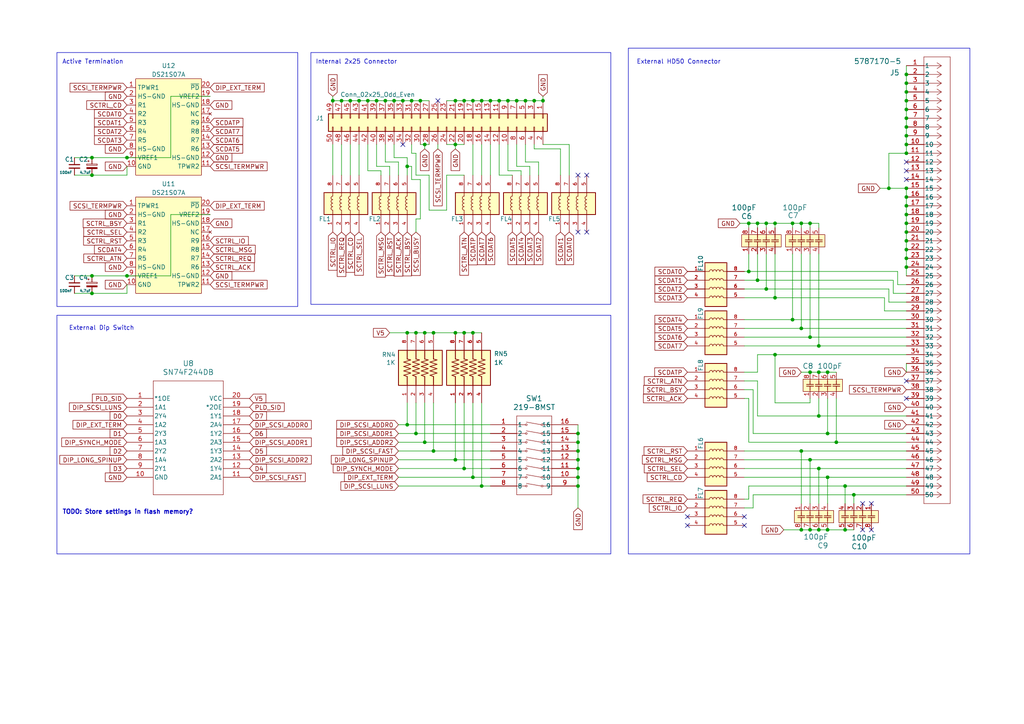
<source format=kicad_sch>
(kicad_sch (version 20250114) (generator "eeschema") (generator_version "9.0")
  (paper "A4")
  (title_block (title "A4092") (rev "PROTO0") (company "amiga.technology"))
  (rectangle (start 90.17 15.24) (end 177.165 88.265))
  (rectangle (start 16.51 91.44) (end 177.165 160.655))
  (rectangle (start 182.245 13.97) (end 281.305 160.655))
  (rectangle (start 16.51 15.24) (end 86.36 88.9))
  (text "TODO: Store settings in flash memory?" (at 37.084 148.59 0) (effects (font (size 1.27 1.27) (thickness 0.254) (bold yes))))
  (text "Active Termination\n" (at 26.924 18.034 0) (effects (font (size 1.27 1.27))))
  (text "Internal 2x25 Connector" (at 103.378 18.034 0) (effects (font (size 1.27 1.27))))
  (text "External HD50 Connector" (at 196.85 18.034 0) (effects (font (size 1.27 1.27))))
  (text "External Dip Switch\n" (at 29.464 95.25 0) (effects (font (size 1.27 1.27))))
  (junction (at 237.49 153.67))
  (junction (at 119.38 29.21))
  (junction (at 26.67 50.8))
  (junction (at 219.71 64.77))
  (junction (at 99.06 29.21))
  (junction (at 224.79 86.36))
  (junction (at 167.64 140.97))
  (junction (at 134.62 96.52))
  (junction (at 217.17 64.77))
  (junction (at 257.81 54.61))
  (junction (at 245.11 140.97))
  (junction (at 142.24 29.21))
  (junction (at 134.62 135.89))
  (junction (at 232.41 95.25))
  (junction (at 247.65 143.51))
  (junction (at 167.64 133.35))
  (junction (at 262.89 29.21))
  (junction (at 262.89 24.13))
  (junction (at 26.67 85.09))
  (junction (at 262.89 26.67))
  (junction (at 262.89 77.47))
  (junction (at 101.6 29.21))
  (junction (at 118.11 48.26))
  (junction (at 137.16 96.52))
  (junction (at 262.89 44.45))
  (junction (at 222.25 64.77))
  (junction (at 139.7 140.97))
  (junction (at 109.22 29.21))
  (junction (at 234.95 153.67))
  (junction (at 36.83 45.72))
  (junction (at 237.49 100.33))
  (junction (at 240.03 138.43))
  (junction (at 262.89 74.93))
  (junction (at 262.89 59.69))
  (junction (at 147.32 29.21))
  (junction (at 123.19 128.27))
  (junction (at 111.76 29.21))
  (junction (at 157.48 29.21))
  (junction (at 123.19 41.91))
  (junction (at 262.89 21.59))
  (junction (at 149.86 29.21))
  (junction (at 262.89 64.77))
  (junction (at 224.79 64.77))
  (junction (at 262.89 69.85))
  (junction (at 217.17 78.74))
  (junction (at 232.41 153.67))
  (junction (at 229.87 64.77))
  (junction (at 234.95 97.79))
  (junction (at 262.89 72.39))
  (junction (at 132.08 133.35))
  (junction (at 240.03 125.73))
  (junction (at 118.11 123.19))
  (junction (at 232.41 64.77))
  (junction (at 167.64 138.43))
  (junction (at 242.57 128.27))
  (junction (at 262.89 67.31))
  (junction (at 26.67 80.01))
  (junction (at 125.73 130.81))
  (junction (at 222.25 83.82))
  (junction (at 132.08 29.21))
  (junction (at 237.49 120.65))
  (junction (at 132.08 96.52))
  (junction (at 26.67 45.72))
  (junction (at 152.4 29.21))
  (junction (at 120.65 96.52))
  (junction (at 240.03 153.67))
  (junction (at 144.78 29.21))
  (junction (at 262.89 31.75))
  (junction (at 167.64 130.81))
  (junction (at 137.16 29.21))
  (junction (at 167.64 135.89))
  (junction (at 154.94 29.21))
  (junction (at 114.3 29.21))
  (junction (at 36.83 80.01))
  (junction (at 262.89 39.37))
  (junction (at 104.14 29.21))
  (junction (at 167.64 128.27))
  (junction (at 132.08 41.91))
  (junction (at 234.95 107.95))
  (junction (at 237.49 107.95))
  (junction (at 232.41 130.81))
  (junction (at 262.89 54.61))
  (junction (at 120.65 125.73))
  (junction (at 121.92 29.21))
  (junction (at 116.84 29.21))
  (junction (at 234.95 133.35))
  (junction (at 262.89 34.29))
  (junction (at 262.89 36.83))
  (junction (at 123.19 96.52))
  (junction (at 224.79 102.87))
  (junction (at 262.89 57.15))
  (junction (at 106.68 29.21))
  (junction (at 118.11 96.52))
  (junction (at 240.03 107.95))
  (junction (at 96.52 29.21))
  (junction (at 167.64 125.73))
  (junction (at 134.62 29.21))
  (junction (at 262.89 41.91))
  (junction (at 219.71 81.28))
  (junction (at 139.7 29.21))
  (junction (at 237.49 135.89))
  (junction (at 137.16 138.43))
  (junction (at 245.11 153.67))
  (junction (at 234.95 64.77))
  (junction (at 125.73 96.52))
  (junction (at 262.89 62.23))
  (junction (at 229.87 92.71))
  (no_connect (at 170.18 67.31))
  (no_connect (at 167.64 50.8))
  (no_connect (at 116.84 41.91))
  (no_connect (at 250.19 146.05))
  (no_connect (at 262.89 52.07))
  (no_connect (at 262.89 49.53))
  (no_connect (at 262.89 110.49))
  (no_connect (at 167.64 67.31))
  (no_connect (at 262.89 115.57))
  (no_connect (at 199.39 149.86))
  (no_connect (at 127 29.21))
  (no_connect (at 215.9 149.86))
  (no_connect (at 252.73 153.67))
  (no_connect (at 252.73 146.05))
  (no_connect (at 199.39 152.4))
  (no_connect (at 262.89 46.99))
  (no_connect (at 170.18 50.8))
  (no_connect (at 250.19 153.67))
  (no_connect (at 215.9 152.4))
  (wire (pts (xy 132.08 41.91) (xy 132.08 43.18)))
  (wire (pts (xy 149.86 48.26) (xy 149.86 41.91)))
  (wire (pts (xy 104.14 41.91) (xy 104.14 50.8)))
  (wire (pts (xy 219.71 110.49) (xy 215.9 110.49)))
  (wire (pts (xy 118.11 48.26) (xy 118.11 50.8)))
  (wire (pts (xy 215.9 97.79) (xy 234.95 97.79)))
  (wire (pts (xy 234.95 64.77) (xy 237.49 64.77)))
  (wire (pts (xy 237.49 135.89) (xy 262.89 135.89)))
  (wire (pts (xy 124.46 50.8) (xy 124.46 60.96)))
  (wire (pts (xy 139.7 29.21) (xy 142.24 29.21)))
  (wire (pts (xy 156.21 46.99) (xy 156.21 50.8)))
  (wire (pts (xy 262.89 31.75) (xy 262.89 34.29)))
  (wire (pts (xy 227.33 153.67) (xy 232.41 153.67)))
  (wire (pts (xy 234.95 133.35) (xy 262.89 133.35)))
  (wire (pts (xy 118.11 96.52) (xy 120.65 96.52)))
  (wire (pts (xy 115.57 138.43) (xy 137.16 138.43)))
  (wire (pts (xy 118.11 45.72) (xy 118.11 48.26)))
  (wire (pts (xy 217.17 73.66) (xy 217.17 78.74)))
  (wire (pts (xy 240.03 107.95) (xy 242.57 107.95)))
  (wire (pts (xy 262.89 59.69) (xy 262.89 62.23)))
  (wire (pts (xy 215.9 147.32) (xy 218.44 147.32)))
  (wire (pts (xy 36.83 85.09) (xy 26.67 85.09)))
  (wire (pts (xy 242.57 115.57) (xy 242.57 128.27)))
  (wire (pts (xy 259.08 85.09) (xy 262.89 85.09)))
  (wire (pts (xy 215.9 138.43) (xy 240.03 138.43)))
  (wire (pts (xy 36.83 80.01) (xy 49.53 80.01)))
  (wire (pts (xy 132.08 29.21) (xy 134.62 29.21)))
  (wire (pts (xy 167.64 123.19) (xy 167.64 125.73)))
  (wire (pts (xy 262.89 29.21) (xy 262.89 31.75)))
  (wire (pts (xy 134.62 29.21) (xy 137.16 29.21)))
  (wire (pts (xy 137.16 116.84) (xy 137.16 138.43)))
  (wire (pts (xy 219.71 81.28) (xy 215.9 81.28)))
  (wire (pts (xy 240.03 125.73) (xy 262.89 125.73)))
  (wire (pts (xy 229.87 92.71) (xy 262.89 92.71)))
  (wire (pts (xy 152.4 46.99) (xy 152.4 41.91)))
  (wire (pts (xy 132.08 41.91) (xy 134.62 41.91)))
  (wire (pts (xy 149.86 29.21) (xy 152.4 29.21)))
  (wire (pts (xy 167.64 128.27) (xy 167.64 130.81)))
  (wire (pts (xy 262.89 72.39) (xy 262.89 74.93)))
  (wire (pts (xy 232.41 73.66) (xy 232.41 95.25)))
  (wire (pts (xy 219.71 102.87) (xy 224.79 102.87)))
  (wire (pts (xy 219.71 120.65) (xy 219.71 110.49)))
  (wire (pts (xy 234.95 64.77) (xy 234.95 66.04)))
  (wire (pts (xy 157.48 27.94) (xy 157.48 29.21)))
  (wire (pts (xy 262.89 64.77) (xy 262.89 67.31)))
  (wire (pts (xy 232.41 130.81) (xy 262.89 130.81)))
  (wire (pts (xy 237.49 120.65) (xy 262.89 120.65)))
  (wire (pts (xy 104.14 29.21) (xy 106.68 29.21)))
  (wire (pts (xy 113.03 48.26) (xy 109.22 48.26)))
  (wire (pts (xy 237.49 153.67) (xy 240.03 153.67)))
  (wire (pts (xy 123.19 96.52) (xy 125.73 96.52)))
  (wire (pts (xy 111.76 29.21) (xy 114.3 29.21)))
  (wire (pts (xy 156.21 46.99) (xy 152.4 46.99)))
  (wire (pts (xy 215.9 78.74) (xy 217.17 78.74)))
  (wire (pts (xy 262.89 24.13) (xy 262.89 26.67)))
  (wire (pts (xy 247.65 143.51) (xy 262.89 143.51)))
  (wire (pts (xy 129.54 60.96) (xy 129.54 50.8)))
  (wire (pts (xy 229.87 73.66) (xy 229.87 92.71)))
  (wire (pts (xy 147.32 49.53) (xy 147.32 41.91)))
  (wire (pts (xy 120.65 50.8) (xy 124.46 50.8)))
  (wire (pts (xy 242.57 128.27) (xy 262.89 128.27)))
  (wire (pts (xy 120.65 96.52) (xy 123.19 96.52)))
  (wire (pts (xy 115.57 130.81) (xy 125.73 130.81)))
  (wire (pts (xy 96.52 29.21) (xy 99.06 29.21)))
  (wire (pts (xy 262.89 105.41) (xy 262.89 107.95)))
  (wire (pts (xy 36.83 50.8) (xy 26.67 50.8)))
  (wire (pts (xy 234.95 153.67) (xy 237.49 153.67)))
  (wire (pts (xy 219.71 107.95) (xy 215.9 107.95)))
  (wire (pts (xy 232.41 153.67) (xy 234.95 153.67)))
  (wire (pts (xy 234.95 73.66) (xy 234.95 97.79)))
  (wire (pts (xy 134.62 50.8) (xy 129.54 50.8)))
  (wire (pts (xy 125.73 116.84) (xy 125.73 130.81)))
  (wire (pts (xy 217.17 128.27) (xy 217.17 115.57)))
  (wire (pts (xy 134.62 135.89) (xy 142.24 135.89)))
  (wire (pts (xy 154.94 29.21) (xy 157.48 29.21)))
  (wire (pts (xy 101.6 41.91) (xy 101.6 50.8)))
  (wire (pts (xy 219.71 102.87) (xy 219.71 107.95)))
  (wire (pts (xy 21.59 45.72) (xy 26.67 45.72)))
  (wire (pts (xy 224.79 102.87) (xy 262.89 102.87)))
  (wire (pts (xy 115.57 123.19) (xy 118.11 123.19)))
  (wire (pts (xy 115.57 135.89) (xy 134.62 135.89)))
  (wire (pts (xy 113.03 48.26) (xy 113.03 50.8)))
  (wire (pts (xy 219.71 120.65) (xy 237.49 120.65)))
  (wire (pts (xy 262.89 21.59) (xy 262.89 24.13)))
  (wire (pts (xy 262.89 74.93) (xy 262.89 77.47)))
  (wire (pts (xy 262.89 90.17) (xy 256.54 90.17)))
  (wire (pts (xy 167.64 130.81) (xy 167.64 133.35)))
  (wire (pts (xy 257.81 44.45) (xy 257.81 54.61)))
  (wire (pts (xy 234.95 107.95) (xy 237.49 107.95)))
  (wire (pts (xy 224.79 64.77) (xy 224.79 66.04)))
  (wire (pts (xy 262.89 19.05) (xy 262.89 21.59)))
  (wire (pts (xy 115.57 128.27) (xy 123.19 128.27)))
  (wire (pts (xy 229.87 64.77) (xy 229.87 66.04)))
  (wire (pts (xy 148.59 50.8) (xy 144.78 50.8)))
  (wire (pts (xy 118.11 45.72) (xy 114.3 45.72)))
  (wire (pts (xy 119.38 44.45) (xy 120.65 44.45)))
  (wire (pts (xy 116.84 29.21) (xy 119.38 29.21)))
  (wire (pts (xy 49.53 80.01) (xy 49.53 62.23)))
  (wire (pts (xy 36.83 45.72) (xy 49.53 45.72)))
  (wire (pts (xy 132.08 96.52) (xy 134.62 96.52)))
  (wire (pts (xy 154.94 43.18) (xy 162.56 43.18)))
  (wire (pts (xy 115.57 125.73) (xy 120.65 125.73)))
  (wire (pts (xy 218.44 125.73) (xy 218.44 113.03)))
  (wire (pts (xy 165.1 41.91) (xy 165.1 50.8)))
  (wire (pts (xy 167.64 135.89) (xy 167.64 138.43)))
  (wire (pts (xy 49.53 45.72) (xy 49.53 27.94)))
  (wire (pts (xy 215.9 130.81) (xy 232.41 130.81)))
  (wire (pts (xy 245.11 140.97) (xy 262.89 140.97)))
  (wire (pts (xy 121.92 29.21) (xy 124.46 29.21)))
  (wire (pts (xy 215.9 95.25) (xy 232.41 95.25)))
  (wire (pts (xy 119.38 29.21) (xy 121.92 29.21)))
  (wire (pts (xy 123.19 41.91) (xy 123.19 43.18)))
  (wire (pts (xy 234.95 116.84) (xy 224.79 116.84)))
  (wire (pts (xy 218.44 113.03) (xy 215.9 113.03)))
  (wire (pts (xy 240.03 138.43) (xy 240.03 146.05)))
  (wire (pts (xy 256.54 86.36) (xy 224.79 86.36)))
  (wire (pts (xy 139.7 41.91) (xy 139.7 50.8)))
  (wire (pts (xy 222.25 64.77) (xy 224.79 64.77)))
  (wire (pts (xy 262.89 69.85) (xy 262.89 72.39)))
  (wire (pts (xy 215.9 83.82) (xy 222.25 83.82)))
  (wire (pts (xy 109.22 29.21) (xy 111.76 29.21)))
  (wire (pts (xy 118.11 123.19) (xy 142.24 123.19)))
  (wire (pts (xy 125.73 130.81) (xy 142.24 130.81)))
  (wire (pts (xy 234.95 116.84) (xy 234.95 115.57)))
  (wire (pts (xy 215.9 92.71) (xy 229.87 92.71)))
  (wire (pts (xy 118.11 48.26) (xy 119.38 48.26)))
  (wire (pts (xy 215.9 144.78) (xy 217.17 144.78)))
  (wire (pts (xy 121.92 63.5) (xy 121.92 52.07)))
  (wire (pts (xy 99.06 41.91) (xy 99.06 50.8)))
  (wire (pts (xy 120.65 67.31) (xy 120.65 63.5)))
  (wire (pts (xy 257.81 54.61) (xy 262.89 54.61)))
  (wire (pts (xy 245.11 153.67) (xy 247.65 153.67)))
  (wire (pts (xy 142.24 41.91) (xy 142.24 50.8)))
  (wire (pts (xy 125.73 96.52) (xy 132.08 96.52)))
  (wire (pts (xy 262.89 77.47) (xy 262.89 80.01)))
  (wire (pts (xy 260.35 78.74) (xy 260.35 82.55)))
  (wire (pts (xy 96.52 41.91) (xy 96.52 50.8)))
  (wire (pts (xy 217.17 64.77) (xy 219.71 64.77)))
  (wire (pts (xy 119.38 48.26) (xy 119.38 52.07)))
  (wire (pts (xy 262.89 34.29) (xy 262.89 36.83)))
  (wire (pts (xy 217.17 144.78) (xy 217.17 140.97)))
  (wire (pts (xy 162.56 43.18) (xy 162.56 50.8)))
  (wire (pts (xy 167.64 138.43) (xy 167.64 140.97)))
  (wire (pts (xy 21.59 85.09) (xy 26.67 85.09)))
  (wire (pts (xy 217.17 115.57) (xy 215.9 115.57)))
  (wire (pts (xy 262.89 39.37) (xy 262.89 41.91)))
  (wire (pts (xy 134.62 116.84) (xy 134.62 135.89)))
  (wire (pts (xy 234.95 133.35) (xy 234.95 146.05)))
  (wire (pts (xy 137.16 29.21) (xy 139.7 29.21)))
  (wire (pts (xy 167.64 140.97) (xy 167.64 147.32)))
  (wire (pts (xy 232.41 107.95) (xy 234.95 107.95)))
  (wire (pts (xy 259.08 81.28) (xy 259.08 85.09)))
  (wire (pts (xy 262.89 26.67) (xy 262.89 29.21)))
  (wire (pts (xy 127 43.18) (xy 127 41.91)))
  (wire (pts (xy 237.49 135.89) (xy 237.49 146.05)))
  (wire (pts (xy 139.7 116.84) (xy 139.7 140.97)))
  (wire (pts (xy 215.9 100.33) (xy 237.49 100.33)))
  (wire (pts (xy 119.38 52.07) (xy 121.92 52.07)))
  (wire (pts (xy 101.6 29.21) (xy 104.14 29.21)))
  (wire (pts (xy 134.62 96.52) (xy 137.16 96.52)))
  (wire (pts (xy 217.17 64.77) (xy 217.17 66.04)))
  (wire (pts (xy 147.32 29.21) (xy 149.86 29.21)))
  (wire (pts (xy 256.54 90.17) (xy 256.54 86.36)))
  (wire (pts (xy 262.89 36.83) (xy 262.89 39.37)))
  (wire (pts (xy 123.19 128.27) (xy 142.24 128.27)))
  (wire (pts (xy 232.41 64.77) (xy 232.41 66.04)))
  (wire (pts (xy 115.57 46.99) (xy 111.76 46.99)))
  (wire (pts (xy 222.25 83.82) (xy 257.81 83.82)))
  (wire (pts (xy 215.9 135.89) (xy 237.49 135.89)))
  (wire (pts (xy 49.53 62.23) (xy 60.96 62.23)))
  (wire (pts (xy 119.38 41.91) (xy 119.38 44.45)))
  (wire (pts (xy 115.57 140.97) (xy 139.7 140.97)))
  (wire (pts (xy 36.83 82.55) (xy 36.83 85.09)))
  (wire (pts (xy 262.89 57.15) (xy 262.89 59.69)))
  (wire (pts (xy 262.89 41.91) (xy 262.89 44.45)))
  (wire (pts (xy 110.49 49.53) (xy 110.49 50.8)))
  (wire (pts (xy 157.48 41.91) (xy 165.1 41.91)))
  (wire (pts (xy 144.78 50.8) (xy 144.78 41.91)))
  (wire (pts (xy 224.79 86.36) (xy 215.9 86.36)))
  (wire (pts (xy 259.08 81.28) (xy 219.71 81.28)))
  (wire (pts (xy 232.41 95.25) (xy 262.89 95.25)))
  (wire (pts (xy 218.44 147.32) (xy 218.44 143.51)))
  (wire (pts (xy 49.53 27.94) (xy 60.96 27.94)))
  (wire (pts (xy 262.89 44.45) (xy 257.81 44.45)))
  (wire (pts (xy 240.03 107.95) (xy 237.49 107.95)))
  (wire (pts (xy 26.67 45.72) (xy 36.83 45.72)))
  (wire (pts (xy 237.49 100.33) (xy 262.89 100.33)))
  (wire (pts (xy 232.41 130.81) (xy 232.41 146.05)))
  (wire (pts (xy 113.03 96.52) (xy 118.11 96.52)))
  (wire (pts (xy 153.67 48.26) (xy 149.86 48.26)))
  (wire (pts (xy 153.67 48.26) (xy 153.67 50.8)))
  (wire (pts (xy 96.52 27.94) (xy 96.52 29.21)))
  (wire (pts (xy 142.24 29.21) (xy 144.78 29.21)))
  (wire (pts (xy 224.79 73.66) (xy 224.79 86.36)))
  (wire (pts (xy 237.49 73.66) (xy 237.49 100.33)))
  (wire (pts (xy 240.03 138.43) (xy 262.89 138.43)))
  (wire (pts (xy 260.35 82.55) (xy 262.89 82.55)))
  (wire (pts (xy 224.79 102.87) (xy 224.79 116.84)))
  (wire (pts (xy 36.83 48.26) (xy 36.83 50.8)))
  (wire (pts (xy 222.25 73.66) (xy 222.25 83.82)))
  (wire (pts (xy 120.65 116.84) (xy 120.65 125.73)))
  (wire (pts (xy 240.03 115.57) (xy 240.03 125.73)))
  (wire (pts (xy 222.25 64.77) (xy 222.25 66.04)))
  (wire (pts (xy 257.81 83.82) (xy 257.81 87.63)))
  (wire (pts (xy 109.22 48.26) (xy 109.22 41.91)))
  (wire (pts (xy 114.3 45.72) (xy 114.3 41.91)))
  (wire (pts (xy 114.3 29.21) (xy 116.84 29.21)))
  (wire (pts (xy 120.65 63.5) (xy 121.92 63.5)))
  (wire (pts (xy 120.65 44.45) (xy 120.65 50.8)))
  (wire (pts (xy 118.11 116.84) (xy 118.11 123.19)))
  (wire (pts (xy 234.95 97.79) (xy 262.89 97.79)))
  (wire (pts (xy 123.19 116.84) (xy 123.19 128.27)))
  (wire (pts (xy 106.68 49.53) (xy 106.68 41.91)))
  (wire (pts (xy 137.16 138.43) (xy 142.24 138.43)))
  (wire (pts (xy 129.54 29.21) (xy 132.08 29.21)))
  (wire (pts (xy 237.49 64.77) (xy 237.49 66.04)))
  (wire (pts (xy 154.94 41.91) (xy 154.94 43.18)))
  (wire (pts (xy 232.41 64.77) (xy 234.95 64.77)))
  (wire (pts (xy 110.49 49.53) (xy 106.68 49.53)))
  (wire (pts (xy 257.81 87.63) (xy 262.89 87.63)))
  (wire (pts (xy 219.71 73.66) (xy 219.71 81.28)))
  (wire (pts (xy 124.46 60.96) (xy 129.54 60.96)))
  (wire (pts (xy 262.89 62.23) (xy 262.89 64.77)))
  (wire (pts (xy 111.76 46.99) (xy 111.76 41.91)))
  (wire (pts (xy 215.9 133.35) (xy 234.95 133.35)))
  (wire (pts (xy 214.63 64.77) (xy 217.17 64.77)))
  (wire (pts (xy 99.06 29.21) (xy 101.6 29.21)))
  (wire (pts (xy 255.27 54.61) (xy 257.81 54.61)))
  (wire (pts (xy 120.65 125.73) (xy 142.24 125.73)))
  (wire (pts (xy 144.78 29.21) (xy 147.32 29.21)))
  (wire (pts (xy 217.17 128.27) (xy 242.57 128.27)))
  (wire (pts (xy 137.16 96.52) (xy 139.7 96.52)))
  (wire (pts (xy 132.08 116.84) (xy 132.08 133.35)))
  (wire (pts (xy 123.19 41.91) (xy 124.46 41.91)))
  (wire (pts (xy 237.49 115.57) (xy 237.49 120.65)))
  (wire (pts (xy 26.67 80.01) (xy 36.83 80.01)))
  (wire (pts (xy 106.68 29.21) (xy 109.22 29.21)))
  (wire (pts (xy 240.03 153.67) (xy 245.11 153.67)))
  (wire (pts (xy 132.08 133.35) (xy 142.24 133.35)))
  (wire (pts (xy 262.89 54.61) (xy 262.89 57.15)))
  (wire (pts (xy 167.64 133.35) (xy 167.64 135.89)))
  (wire (pts (xy 21.59 50.8) (xy 26.67 50.8)))
  (wire (pts (xy 217.17 78.74) (xy 260.35 78.74)))
  (wire (pts (xy 229.87 64.77) (xy 232.41 64.77)))
  (wire (pts (xy 152.4 29.21) (xy 154.94 29.21)))
  (wire (pts (xy 167.64 125.73) (xy 167.64 128.27)))
  (wire (pts (xy 217.17 140.97) (xy 245.11 140.97)))
  (wire (pts (xy 262.89 67.31) (xy 262.89 69.85)))
  (wire (pts (xy 218.44 125.73) (xy 240.03 125.73)))
  (wire (pts (xy 115.57 133.35) (xy 132.08 133.35)))
  (wire (pts (xy 247.65 143.51) (xy 247.65 146.05)))
  (wire (pts (xy 151.13 49.53) (xy 147.32 49.53)))
  (wire (pts (xy 137.16 41.91) (xy 137.16 50.8)))
  (wire (pts (xy 219.71 64.77) (xy 222.25 64.77)))
  (wire (pts (xy 245.11 140.97) (xy 245.11 146.05)))
  (wire (pts (xy 115.57 46.99) (xy 115.57 50.8)))
  (wire (pts (xy 21.59 80.01) (xy 26.67 80.01)))
  (wire (pts (xy 121.92 41.91) (xy 123.19 41.91)))
  (wire (pts (xy 151.13 49.53) (xy 151.13 50.8)))
  (wire (pts (xy 139.7 140.97) (xy 142.24 140.97)))
  (wire (pts (xy 224.79 64.77) (xy 229.87 64.77)))
  (wire (pts (xy 129.54 41.91) (xy 132.08 41.91)))
  (wire (pts (xy 219.71 64.77) (xy 219.71 66.04)))
  (wire (pts (xy 218.44 143.51) (xy 247.65 143.51)))
  (global_label "SCSI_BUSY" (shape input) (at 120.65 67.31 270) (property "Intersheetrefs" "${INTERSHEET_REFS}" (effects (hide yes))))
  (global_label "DIP_SCSI_ADDR0" (shape input) (at 115.57 123.19 180) (property "Intersheetrefs" "${INTERSHEET_REFS}" (effects (hide yes))))
  (global_label "SCSI_TERMPWR" (shape input) (at 60.96 82.55 0) (property "Intersheetrefs" "${INTERSHEET_REFS}" (effects (hide yes))))
  (global_label "PLD_SID" (shape input) (at 72.39 118.11 0) (property "Intersheetrefs" "${INTERSHEET_REFS}" (effects (hide yes))))
  (global_label "SCDAT4" (shape input) (at 151.13 67.31 270) (property "Intersheetrefs" "${INTERSHEET_REFS}" (effects (hide yes))))
  (global_label "DIP_SCSI_FAST" (shape input) (at 72.39 138.43 0) (property "Intersheetrefs" "${INTERSHEET_REFS}" (effects (hide yes))))
  (global_label "GND" (shape input) (at 36.83 62.23 180) (property "Intersheetrefs" "${INTERSHEET_REFS}" (effects (hide yes))))
  (global_label "D5" (shape input) (at 72.39 130.81 0) (property "Intersheetrefs" "${INTERSHEET_REFS}" (effects (hide yes))))
  (global_label "SCDAT7" (shape input) (at 60.96 38.1 0) (property "Intersheetrefs" "${INTERSHEET_REFS}" (effects (hide yes))))
  (global_label "DIP_SYNCH_MODE" (shape input) (at 36.83 128.27 180) (property "Intersheetrefs" "${INTERSHEET_REFS}" (effects (hide yes))))
  (global_label "SCTRL_CD" (shape input) (at 36.83 30.48 180) (property "Intersheetrefs" "${INTERSHEET_REFS}" (effects (hide yes))))
  (global_label "DIP_SCSI_ADDR2" (shape input) (at 72.39 133.35 0) (property "Intersheetrefs" "${INTERSHEET_REFS}" (effects (hide yes))))
  (global_label "SCDAT2" (shape input) (at 156.21 67.31 270) (property "Intersheetrefs" "${INTERSHEET_REFS}" (effects (hide yes))))
  (global_label "DIP_LONG_SPINUP" (shape input) (at 115.57 133.35 180) (property "Intersheetrefs" "${INTERSHEET_REFS}" (effects (hide yes))))
  (global_label "GND" (shape input) (at 36.83 138.43 180) (property "Intersheetrefs" "${INTERSHEET_REFS}" (effects (hide yes))))
  (global_label "GND" (shape input) (at 255.27 54.61 180) (property "Intersheetrefs" "${INTERSHEET_REFS}" (effects (hide yes))))
  (global_label "GND" (shape input) (at 262.89 107.95 180) (property "Intersheetrefs" "${INTERSHEET_REFS}" (effects (hide yes))))
  (global_label "GND" (shape input) (at 227.33 153.67 180) (property "Intersheetrefs" "${INTERSHEET_REFS}" (effects (hide yes))))
  (global_label "SCSI_TERMPWR" (shape input) (at 127 43.18 270) (property "Intersheetrefs" "${INTERSHEET_REFS}" (effects (hide yes))))
  (global_label "SCDAT1" (shape input) (at 162.56 67.31 270) (property "Intersheetrefs" "${INTERSHEET_REFS}" (effects (hide yes))))
  (global_label "D2" (shape input) (at 36.83 130.81 180) (property "Intersheetrefs" "${INTERSHEET_REFS}" (effects (hide yes))))
  (global_label "DIP_EXT_TERM" (shape input) (at 60.96 59.69 0) (property "Intersheetrefs" "${INTERSHEET_REFS}" (effects (hide yes))))
  (global_label "SCTRL_BSY" (shape input) (at 118.11 67.31 270) (property "Intersheetrefs" "${INTERSHEET_REFS}" (effects (hide yes))))
  (global_label "SCTRL_RST" (shape input) (at 113.03 67.31 270) (property "Intersheetrefs" "${INTERSHEET_REFS}" (effects (hide yes))))
  (global_label "SCTRL_ATN" (shape input) (at 199.39 110.49 180) (property "Intersheetrefs" "${INTERSHEET_REFS}" (effects (hide yes))))
  (global_label "SCTRL_MSG" (shape input) (at 110.49 67.31 270) (property "Intersheetrefs" "${INTERSHEET_REFS}" (effects (hide yes))))
  (global_label "SCDAT3" (shape input) (at 36.83 40.64 180) (property "Intersheetrefs" "${INTERSHEET_REFS}" (effects (hide yes))))
  (global_label "D3" (shape input) (at 36.83 135.89 180) (property "Intersheetrefs" "${INTERSHEET_REFS}" (effects (hide yes))))
  (global_label "GND" (shape input) (at 36.83 77.47 180) (property "Intersheetrefs" "${INTERSHEET_REFS}" (effects (hide yes))))
  (global_label "SCTRL_SEL" (shape input) (at 199.39 135.89 180) (property "Intersheetrefs" "${INTERSHEET_REFS}" (effects (hide yes))))
  (global_label "SCTRL_REQ" (shape input) (at 199.39 144.78 180) (property "Intersheetrefs" "${INTERSHEET_REFS}" (effects (hide yes))))
  (global_label "SCTRL_RST" (shape input) (at 36.83 69.85 180) (property "Intersheetrefs" "${INTERSHEET_REFS}" (effects (hide yes))))
  (global_label "GND" (shape input) (at 60.96 45.72 0) (property "Intersheetrefs" "${INTERSHEET_REFS}" (effects (hide yes))))
  (global_label "DIP_SCSI_ADDR1" (shape input) (at 115.57 125.73 180) (property "Intersheetrefs" "${INTERSHEET_REFS}" (effects (hide yes))))
  (global_label "DIP_SCSI_LUNS" (shape input) (at 115.57 140.97 180) (property "Intersheetrefs" "${INTERSHEET_REFS}" (effects (hide yes))))
  (global_label "SCTRL_IO" (shape input) (at 199.39 147.32 180) (property "Intersheetrefs" "${INTERSHEET_REFS}" (effects (hide yes))))
  (global_label "DIP_SCSI_FAST" (shape input) (at 115.57 130.81 180) (property "Intersheetrefs" "${INTERSHEET_REFS}" (effects (hide yes))))
  (global_label "GND" (shape input) (at 232.41 107.95 180) (property "Intersheetrefs" "${INTERSHEET_REFS}" (effects (hide yes))))
  (global_label "SCTRL_BSY" (shape input) (at 199.39 113.03 180) (property "Intersheetrefs" "${INTERSHEET_REFS}" (effects (hide yes))))
  (global_label "SCTRL_BSY" (shape input) (at 36.83 64.77 180) (property "Intersheetrefs" "${INTERSHEET_REFS}" (effects (hide yes))))
  (global_label "SCSI_TERMPWR" (shape input) (at 36.83 25.4 180) (property "Intersheetrefs" "${INTERSHEET_REFS}" (effects (hide yes))))
  (global_label "SCDAT6" (shape input) (at 199.39 97.79 180) (property "Intersheetrefs" "${INTERSHEET_REFS}" (effects (hide yes))))
  (global_label "SCDAT4" (shape input) (at 199.39 92.71 180) (property "Intersheetrefs" "${INTERSHEET_REFS}" (effects (hide yes))))
  (global_label "PLD_SID" (shape input) (at 36.83 115.57 180) (property "Intersheetrefs" "${INTERSHEET_REFS}" (effects (hide yes))))
  (global_label "GND" (shape input) (at 167.64 147.32 270) (property "Intersheetrefs" "${INTERSHEET_REFS}" (effects (hide yes))))
  (global_label "SCDAT5" (shape input) (at 60.96 43.18 0) (property "Intersheetrefs" "${INTERSHEET_REFS}" (effects (hide yes))))
  (global_label "D7" (shape input) (at 72.39 120.65 0) (property "Intersheetrefs" "${INTERSHEET_REFS}" (effects (hide yes))))
  (global_label "SCTRL_MSG" (shape input) (at 60.96 72.39 0) (property "Intersheetrefs" "${INTERSHEET_REFS}" (effects (hide yes))))
  (global_label "DIP_SCSI_LUNS" (shape input) (at 36.83 118.11 180) (property "Intersheetrefs" "${INTERSHEET_REFS}" (effects (hide yes))))
  (global_label "SCDAT6" (shape input) (at 142.24 67.31 270) (property "Intersheetrefs" "${INTERSHEET_REFS}" (effects (hide yes))))
  (global_label "SCTRL_ACK" (shape input) (at 60.96 77.47 0) (property "Intersheetrefs" "${INTERSHEET_REFS}" (effects (hide yes))))
  (global_label "SCDAT0" (shape input) (at 199.39 78.74 180) (property "Intersheetrefs" "${INTERSHEET_REFS}" (effects (hide yes))))
  (global_label "D4" (shape input) (at 72.39 135.89 0) (property "Intersheetrefs" "${INTERSHEET_REFS}" (effects (hide yes))))
  (global_label "SCTRL_MSG" (shape input) (at 199.39 133.35 180) (property "Intersheetrefs" "${INTERSHEET_REFS}" (effects (hide yes))))
  (global_label "GND" (shape input) (at 214.63 64.77 180) (property "Intersheetrefs" "${INTERSHEET_REFS}" (effects (hide yes))))
  (global_label "GND" (shape input) (at 36.83 43.18 180) (property "Intersheetrefs" "${INTERSHEET_REFS}" (effects (hide yes))))
  (global_label "SCDAT3" (shape input) (at 153.67 67.31 270) (property "Intersheetrefs" "${INTERSHEET_REFS}" (effects (hide yes))))
  (global_label "GND" (shape input) (at 96.52 27.94 90) (property "Intersheetrefs" "${INTERSHEET_REFS}" (effects (hide yes))))
  (global_label "SCTRL_ATN" (shape input) (at 134.62 67.31 270) (property "Intersheetrefs" "${INTERSHEET_REFS}" (effects (hide yes))))
  (global_label "SCDATP" (shape input) (at 137.16 67.31 270) (property "Intersheetrefs" "${INTERSHEET_REFS}" (effects (hide yes))))
  (global_label "SCDAT7" (shape input) (at 139.7 67.31 270) (property "Intersheetrefs" "${INTERSHEET_REFS}" (effects (hide yes))))
  (global_label "DIP_SCSI_ADDR1" (shape input) (at 72.39 128.27 0) (property "Intersheetrefs" "${INTERSHEET_REFS}" (effects (hide yes))))
  (global_label "SCDAT5" (shape input) (at 199.39 95.25 180) (property "Intersheetrefs" "${INTERSHEET_REFS}" (effects (hide yes))))
  (global_label "GND" (shape input) (at 36.83 82.55 180) (property "Intersheetrefs" "${INTERSHEET_REFS}" (effects (hide yes))))
  (global_label "SCTRL_ACK" (shape input) (at 199.39 115.57 180) (property "Intersheetrefs" "${INTERSHEET_REFS}" (effects (hide yes))))
  (global_label "SCTRL_ATN" (shape input) (at 36.83 74.93 180) (property "Intersheetrefs" "${INTERSHEET_REFS}" (effects (hide yes))))
  (global_label "GND" (shape input) (at 262.89 118.11 180) (property "Intersheetrefs" "${INTERSHEET_REFS}" (effects (hide yes))))
  (global_label "DIP_EXT_TERM" (shape input) (at 115.57 138.43 180) (property "Intersheetrefs" "${INTERSHEET_REFS}" (effects (hide yes))))
  (global_label "SCDAT1" (shape input) (at 199.39 81.28 180) (property "Intersheetrefs" "${INTERSHEET_REFS}" (effects (hide yes))))
  (global_label "SCDAT5" (shape input) (at 148.59 67.31 270) (property "Intersheetrefs" "${INTERSHEET_REFS}" (effects (hide yes))))
  (global_label "GND" (shape input) (at 157.48 27.94 90) (property "Intersheetrefs" "${INTERSHEET_REFS}" (effects (hide yes))))
  (global_label "SCTRL_RST" (shape input) (at 199.39 130.81 180) (property "Intersheetrefs" "${INTERSHEET_REFS}" (effects (hide yes))))
  (global_label "GND" (shape input) (at 132.08 43.18 270) (property "Intersheetrefs" "${INTERSHEET_REFS}" (effects (hide yes))))
  (global_label "DIP_SYNCH_MODE" (shape input) (at 115.57 135.89 180) (property "Intersheetrefs" "${INTERSHEET_REFS}" (effects (hide yes))))
  (global_label "SCDAT3" (shape input) (at 199.39 86.36 180) (property "Intersheetrefs" "${INTERSHEET_REFS}" (effects (hide yes))))
  (global_label "SCTRL_CD" (shape input) (at 101.6 67.31 270) (property "Intersheetrefs" "${INTERSHEET_REFS}" (effects (hide yes))))
  (global_label "GND" (shape input) (at 262.89 123.19 180) (property "Intersheetrefs" "${INTERSHEET_REFS}" (effects (hide yes))))
  (global_label "SCTRL_REQ" (shape input) (at 99.06 67.31 270) (property "Intersheetrefs" "${INTERSHEET_REFS}" (effects (hide yes))))
  (global_label "SCDATP" (shape input) (at 199.39 107.95 180) (property "Intersheetrefs" "${INTERSHEET_REFS}" (effects (hide yes))))
  (global_label "GND" (shape input) (at 36.83 27.94 180) (property "Intersheetrefs" "${INTERSHEET_REFS}" (effects (hide yes))))
  (global_label "D0" (shape input) (at 36.83 120.65 180) (property "Intersheetrefs" "${INTERSHEET_REFS}" (effects (hide yes))))
  (global_label "D1" (shape input) (at 36.83 125.73 180) (property "Intersheetrefs" "${INTERSHEET_REFS}" (effects (hide yes))))
  (global_label "D6" (shape input) (at 72.39 125.73 0) (property "Intersheetrefs" "${INTERSHEET_REFS}" (effects (hide yes))))
  (global_label "SCSI_TERMPWR" (shape input) (at 60.96 48.26 0) (property "Intersheetrefs" "${INTERSHEET_REFS}" (effects (hide yes))))
  (global_label "GND" (shape input) (at 60.96 80.01 0) (property "Intersheetrefs" "${INTERSHEET_REFS}" (effects (hide yes))))
  (global_label "SCDAT7" (shape input) (at 199.39 100.33 180) (property "Intersheetrefs" "${INTERSHEET_REFS}" (effects (hide yes))))
  (global_label "DIP_LONG_SPINUP" (shape input) (at 36.83 133.35 180) (property "Intersheetrefs" "${INTERSHEET_REFS}" (effects (hide yes))))
  (global_label "GND" (shape input) (at 60.96 64.77 0) (property "Intersheetrefs" "${INTERSHEET_REFS}" (effects (hide yes))))
  (global_label "SCSI_TERMPWR" (shape input) (at 36.83 59.69 180) (property "Intersheetrefs" "${INTERSHEET_REFS}" (effects (hide yes))))
  (global_label "SCDAT2" (shape input) (at 36.83 38.1 180) (property "Intersheetrefs" "${INTERSHEET_REFS}" (effects (hide yes))))
  (global_label "GND" (shape input) (at 36.83 48.26 180) (property "Intersheetrefs" "${INTERSHEET_REFS}" (effects (hide yes))))
  (global_label "SCTRL_REQ" (shape input) (at 60.96 74.93 0) (property "Intersheetrefs" "${INTERSHEET_REFS}" (effects (hide yes))))
  (global_label "V5" (shape input) (at 72.39 115.57 0) (property "Intersheetrefs" "${INTERSHEET_REFS}" (effects (hide yes))))
  (global_label "SCTRL_SEL" (shape input) (at 104.14 67.31 270) (property "Intersheetrefs" "${INTERSHEET_REFS}" (effects (hide yes))))
  (global_label "SCTRL_IO" (shape input) (at 96.52 67.31 270) (property "Intersheetrefs" "${INTERSHEET_REFS}" (effects (hide yes))))
  (global_label "SCDATP" (shape input) (at 60.96 35.56 0) (property "Intersheetrefs" "${INTERSHEET_REFS}" (effects (hide yes))))
  (global_label "SCDAT6" (shape input) (at 60.96 40.64 0) (property "Intersheetrefs" "${INTERSHEET_REFS}" (effects (hide yes))))
  (global_label "SCTRL_IO" (shape input) (at 60.96 69.85 0) (property "Intersheetrefs" "${INTERSHEET_REFS}" (effects (hide yes))))
  (global_label "SCDAT1" (shape input) (at 36.83 35.56 180) (property "Intersheetrefs" "${INTERSHEET_REFS}" (effects (hide yes))))
  (global_label "SCTRL_SEL" (shape input) (at 36.83 67.31 180) (property "Intersheetrefs" "${INTERSHEET_REFS}" (effects (hide yes))))
  (global_label "SCDAT0" (shape input) (at 165.1 67.31 270) (property "Intersheetrefs" "${INTERSHEET_REFS}" (effects (hide yes))))
  (global_label "V5" (shape input) (at 113.03 96.52 180) (property "Intersheetrefs" "${INTERSHEET_REFS}" (effects (hide yes))))
  (global_label "GND" (shape input) (at 60.96 30.48 0) (property "Intersheetrefs" "${INTERSHEET_REFS}" (effects (hide yes))))
  (global_label "DIP_EXT_TERM" (shape input) (at 36.83 123.19 180) (property "Intersheetrefs" "${INTERSHEET_REFS}" (effects (hide yes))))
  (global_label "SCTRL_ACK" (shape input) (at 115.57 67.31 270) (property "Intersheetrefs" "${INTERSHEET_REFS}" (effects (hide yes))))
  (global_label "SCTRL_CD" (shape input) (at 199.39 138.43 180) (property "Intersheetrefs" "${INTERSHEET_REFS}" (effects (hide yes))))
  (global_label "SCDAT0" (shape input) (at 36.83 33.02 180) (property "Intersheetrefs" "${INTERSHEET_REFS}" (effects (hide yes))))
  (global_label "SCSI_TERMPWR" (shape input) (at 262.89 113.03 180) (property "Intersheetrefs" "${INTERSHEET_REFS}" (effects (hide yes))))
  (global_label "DIP_SCSI_ADDR0" (shape input) (at 72.39 123.19 0) (property "Intersheetrefs" "${INTERSHEET_REFS}" (effects (hide yes))))
  (global_label "SCDAT4" (shape input) (at 36.83 72.39 180) (property "Intersheetrefs" "${INTERSHEET_REFS}" (effects (hide yes))))
  (global_label "SCDAT2" (shape input) (at 199.39 83.82 180) (property "Intersheetrefs" "${INTERSHEET_REFS}" (effects (hide yes))))
  (global_label "GND" (shape input) (at 123.19 43.18 270) (property "Intersheetrefs" "${INTERSHEET_REFS}" (effects (hide yes))))
  (global_label "DIP_SCSI_ADDR2" (shape input) (at 115.57 128.27 180) (property "Intersheetrefs" "${INTERSHEET_REFS}" (effects (hide yes))))
  (global_label "DIP_EXT_TERM" (shape input) (at 60.96 25.4 0) (property "Intersheetrefs" "${INTERSHEET_REFS}" (effects (hide yes))))
  (symbol (lib_id "YC324-FK-071KL:YC324-FK-071KL") (at 123.19 106.68 90) (unit 1)
    (property "Reference" "RN4" (at 110.744 102.87 90) (effects (justify right)))
    (property "Value" "1K" (at 112.014 105.156 90) (effects (justify right)))
    (property "Footprint" "CAY16_102J4LF:BO_CAY16" (effects (hide yes)))
    (property "MAXIMUM_PACKAGE_HEIGHT" "0.7 mm" (effects (hide yes)))
    (property "PARTREV" "V.9" (effects (hide yes)))
    (property "MANUFACTURER" "Yageo" (effects (hide yes)))
    (property "SNAPEDA_PACKAGE_ID" "22941" (effects (hide yes)))
    (property "STANDARD" "IPC 7351B" (effects (hide yes)))
  )
  (symbol (lib_id "DA1206D600R-10:DA1206D600R-10") (at 107.95 59.69 90) (unit 1)
    (property "Reference" "FL1" (at 96.012 63.5 90) (effects (justify left)))
    (property "Value" "DA1206D600R-10" (effects (hide yes)))
    (property "Footprint" "DA1206D600R-10:FB_DA1206D600R-10" (effects (hide yes)))
    (property "DigiKey_Part_Number" "240-2539-2-ND" (effects (hide yes)))
    (property "SnapEDA_Link" "https://www.snapeda.com/parts/DA1206D600R-10/Laird/view-part/?ref=snap" (effects (hide yes)))
    (property "MAXIMUM_PACKAGE_HEIGHT" "1.0 mm" (effects (hide yes)))
    (property "Package" "1206 Laird" (effects (hide yes)))
    (property "Check_prices" "https://www.snapeda.com/parts/DA1206D600R-10/Laird/view-part/?ref=eda" (effects (hide yes)))
    (property "STANDARD" "Manufacturer Recommendations" (effects (hide yes)))
    (property "PARTREV" "F" (effects (hide yes)))
    (property "MF" "Laird" (effects (hide yes)))
    (property "MP" "DA1206D600R-10" (effects (hide yes)))
    (property "Description_1" "60 Ohms @ 100 MHz 4 Power, Signal Line Ferrite Bead 1206 (3216 Metric), Array, 8 PC Pad 400mA 200mOhm" (effects (hide yes)))
    (property "MANUFACTURER" "Laird" (effects (hide yes)))
  )
  (symbol (lib_id "DA1206D600R-10:DA1206D600R-10") (at 207.01 119.38 0) (unit 1)
    (property "Reference" "FL8" (at 203.2 107.696 90) (effects (justify left)))
    (property "Value" "DA1206D600R-10" (effects (hide yes)))
    (property "Footprint" "DA1206D600R-10:FB_DA1206D600R-10" (effects (hide yes)))
    (property "DigiKey_Part_Number" "240-2539-2-ND" (effects (hide yes)))
    (property "SnapEDA_Link" "https://www.snapeda.com/parts/DA1206D600R-10/Laird/view-part/?ref=snap" (effects (hide yes)))
    (property "MAXIMUM_PACKAGE_HEIGHT" "1.0 mm" (effects (hide yes)))
    (property "Package" "1206 Laird" (effects (hide yes)))
    (property "Check_prices" "https://www.snapeda.com/parts/DA1206D600R-10/Laird/view-part/?ref=eda" (effects (hide yes)))
    (property "STANDARD" "Manufacturer Recommendations" (effects (hide yes)))
    (property "PARTREV" "F" (effects (hide yes)))
    (property "MF" "Laird" (effects (hide yes)))
    (property "MP" "DA1206D600R-10" (effects (hide yes)))
    (property "Description_1" "60 Ohms @ 100 MHz 4 Power, Signal Line Ferrite Bead 1206 (3216 Metric), Array, 8 PC Pad 400mA 200mOhm" (effects (hide yes)))
    (property "MANUFACTURER" "Laird" (effects (hide yes)))
  )
  (symbol (lib_id "ds2107:DS21S07AE") (at 40.64 54.61 0) (unit 1)
    (property "Reference" "U11" (at 48.895 53.34 0))
    (property "Value" "DS21S07A" (at 48.895 55.88 0))
    (property "Footprint" "Package_SO:TSSOP-20_4.4x6.5mm_P0.65mm" (effects (hide yes)))
    (property "Datasheet" "https://www.analog.com/media/en/technical-documentation/data-sheets/DS21S07A.pdf" (effects (hide yes)))
  )
  (symbol (lib_id "5787170_5:5787170-5") (at 262.89 19.05 0) (unit 1)
    (property "Reference" "J5" (at 258.064 21.082 0) (effects (font (size 1.524 1.524)) (justify left)))
    (property "Value" "5787170-5" (at 247.65 17.78 0) (effects (font (size 1.524 1.524)) (justify left)))
    (property "Footprint" "5787170_5:CONN_5787170-5_TYC" (effects (hide yes)))
    (property "Datasheet" "https://www.te.com/commerce/DocumentDelivery/DDEController?Action=srchrtrv&DocNm=1-1773938-5_AMPLIMITE_.050_Series_QRG&DocType=Data+Sheet&DocLang=English&DocFormat=pdf&PartCntxt=5787170-5" (effects (hide yes)))
  )
  (symbol (lib_id "CA0612KRNPO9BN101:CA0612KRNPO9BN101") (at 243.84 111.76 90) (unit 1)
    (property "Reference" "C8" (at 235.966 106.172 90) (effects (font (size 1.524 1.524)) (justify left)))
    (property "Value" "100pF" (at 244.348 106.172 90) (effects (font (size 1.524 1.524)) (justify left)))
    (property "Footprint" "CA0612KRNPO9BN101:CAP_CA0612_3P2X1P6_YAG" (effects (hide yes)))
    (property "Datasheet" "CA0612KRNPO9BN101" (effects (hide yes)))
  )
  (symbol (lib_id "DA1206D600R-10:DA1206D600R-10") (at 207.01 142.24 0) (unit 1)
    (property "Reference" "FL6" (at 203.2 130.302 90) (effects (justify left)))
    (property "Value" "DA1206D600R-10" (effects (hide yes)))
    (property "Footprint" "DA1206D600R-10:FB_DA1206D600R-10" (effects (hide yes)))
    (property "DigiKey_Part_Number" "240-2539-2-ND" (effects (hide yes)))
    (property "SnapEDA_Link" "https://www.snapeda.com/parts/DA1206D600R-10/Laird/view-part/?ref=snap" (effects (hide yes)))
    (property "MAXIMUM_PACKAGE_HEIGHT" "1.0 mm" (effects (hide yes)))
    (property "Package" "1206 Laird" (effects (hide yes)))
    (property "Check_prices" "https://www.snapeda.com/parts/DA1206D600R-10/Laird/view-part/?ref=eda" (effects (hide yes)))
    (property "STANDARD" "Manufacturer Recommendations" (effects (hide yes)))
    (property "PARTREV" "F" (effects (hide yes)))
    (property "MF" "Laird" (effects (hide yes)))
    (property "MP" "DA1206D600R-10" (effects (hide yes)))
    (property "Description_1" "60 Ohms @ 100 MHz 4 Power, Signal Line Ferrite Bead 1206 (3216 Metric), Array, 8 PC Pad 400mA 200mOhm" (effects (hide yes)))
    (property "MANUFACTURER" "Laird" (effects (hide yes)))
  )
  (symbol (lib_id "YC324-FK-071KL:YC324-FK-071KL") (at 137.16 106.68 90) (unit 1)
    (property "Reference" "RN5" (at 143.256 102.616 90) (effects (justify right)))
    (property "Value" "1K" (at 143.256 105.156 90) (effects (justify right)))
    (property "Footprint" "CAY16_102J4LF:BO_CAY16" (effects (hide yes)))
    (property "MAXIMUM_PACKAGE_HEIGHT" "0.7 mm" (effects (hide yes)))
    (property "PARTREV" "V.9" (effects (hide yes)))
    (property "MANUFACTURER" "Yageo" (effects (hide yes)))
    (property "SNAPEDA_PACKAGE_ID" "22941" (effects (hide yes)))
    (property "STANDARD" "IPC 7351B" (effects (hide yes)))
  )
  (symbol (lib_id "CA0612KRNPO9BN101:CA0612KRNPO9BN101") (at 241.3 149.86 90) (mirror x) (unit 1)
    (property "Reference" "C9" (at 240.284 158.242 90) (effects (font (size 1.524 1.524)) (justify left)))
    (property "Value" "100pF" (at 240.284 155.702 90) (effects (font (size 1.524 1.524)) (justify left)))
    (property "Footprint" "CA0612KRNPO9BN101:CAP_CA0612_3P2X1P6_YAG" (effects (hide yes)))
    (property "Datasheet" "CA0612KRNPO9BN101" (effects (hide yes)))
  )
  (symbol (lib_id "Device:C_Small") (at 21.59 82.55 0) (unit 1)
    (property "Reference" "C3" (at 18.796 80.518 0) (effects (justify left)))
    (property "Value" "100nF" (at 17.272 84.328 0) (effects (font (size 0.762 0.762)) (justify left)))
    (property "Footprint" "Capacitor_SMD:C_0603_1608Metric_Pad1.08x0.95mm_HandSolder" (effects (hide yes)))
    (property "Description" "Unpolarized capacitor, small symbol" (effects (hide yes)))
  )
  (symbol (lib_id "219_8MST:219-8MST") (at 142.24 123.19 0) (unit 1)
    (property "Reference" "SW1" (at 154.94 115.57 0) (effects (font (size 1.524 1.524))))
    (property "Value" "219-8MST" (at 154.94 118.11 0) (effects (font (size 1.524 1.524))))
    (property "Footprint" "219_8MST:SO16_219-8_CTS" (effects (hide yes)))
    (property "Datasheet" "219-8MST" (effects (hide yes)))
  )
  (symbol (lib_id "ds2107:DS21S07AE") (at 40.64 20.32 0) (unit 1)
    (property "Reference" "U12" (at 48.895 19.05 0))
    (property "Value" "DS21S07A" (at 48.895 21.59 0))
    (property "Footprint" "Package_SO:TSSOP-20_4.4x6.5mm_P0.65mm" (effects (hide yes)))
    (property "Datasheet" "https://www.analog.com/media/en/technical-documentation/data-sheets/DS21S07A.pdf" (effects (hide yes)))
  )
  (symbol (lib_id "DA1206D600R-10:DA1206D600R-10") (at 207.01 156.21 0) (unit 1)
    (property "Reference" "FL7" (at 203.2 144.78 90) (effects (justify left)))
    (property "Value" "DA1206D600R-10" (effects (hide yes)))
    (property "Footprint" "DA1206D600R-10:FB_DA1206D600R-10" (effects (hide yes)))
    (property "DigiKey_Part_Number" "240-2539-2-ND" (effects (hide yes)))
    (property "SnapEDA_Link" "https://www.snapeda.com/parts/DA1206D600R-10/Laird/view-part/?ref=snap" (effects (hide yes)))
    (property "MAXIMUM_PACKAGE_HEIGHT" "1.0 mm" (effects (hide yes)))
    (property "Package" "1206 Laird" (effects (hide yes)))
    (property "Check_prices" "https://www.snapeda.com/parts/DA1206D600R-10/Laird/view-part/?ref=eda" (effects (hide yes)))
    (property "STANDARD" "Manufacturer Recommendations" (effects (hide yes)))
    (property "PARTREV" "F" (effects (hide yes)))
    (property "MF" "Laird" (effects (hide yes)))
    (property "MP" "DA1206D600R-10" (effects (hide yes)))
    (property "Description_1" "60 Ohms @ 100 MHz 4 Power, Signal Line Ferrite Bead 1206 (3216 Metric), Array, 8 PC Pad 400mA 200mOhm" (effects (hide yes)))
    (property "MANUFACTURER" "Laird" (effects (hide yes)))
  )
  (symbol (lib_id "Device:C_Polarized_Small") (at 26.67 48.26 0) (unit 1)
    (property "Reference" "C2" (at 22.86 46.228 0) (effects (justify left)))
    (property "Value" "4.7uF" (at 23.114 50.038 0) (effects (font (size 0.762 0.762)) (justify left)))
    (property "Footprint" "Capacitor_SMD:CP_Elec_4x5.7" (effects (hide yes)))
    (property "Description" "Polarized capacitor, small symbol" (effects (hide yes)))
  )
  (symbol (lib_id "Device:C_Polarized_Small") (at 26.67 82.55 0) (unit 1)
    (property "Reference" "C4" (at 22.86 80.518 0) (effects (justify left)))
    (property "Value" "4.7uF" (at 23.114 84.328 0) (effects (font (size 0.762 0.762)) (justify left)))
    (property "Footprint" "Capacitor_SMD:CP_Elec_4x5.7" (effects (hide yes)))
    (property "Description" "Polarized capacitor, small symbol" (effects (hide yes)))
  )
  (symbol (lib_id "CA0612KRNPO9BN101:CA0612KRNPO9BN101") (at 226.06 69.85 90) (unit 1)
    (property "Reference" "C6" (at 218.186 62.738 90) (effects (font (size 1.524 1.524)) (justify left)))
    (property "Value" "100pF" (at 219.456 60.198 90) (effects (font (size 1.524 1.524)) (justify left)))
    (property "Footprint" "CA0612KRNPO9BN101:CAP_CA0612_3P2X1P6_YAG" (effects (hide yes)))
    (property "Datasheet" "CA0612KRNPO9BN101" (effects (hide yes)))
  )
  (symbol (lib_id "DA1206D600R-10:DA1206D600R-10") (at 146.05 59.69 90) (unit 1)
    (property "Reference" "FL3" (at 134.366 63.5 90) (effects (justify left)))
    (property "Value" "DA1206D600R-10" (effects (hide yes)))
    (property "Footprint" "DA1206D600R-10:FB_DA1206D600R-10" (effects (hide yes)))
    (property "DigiKey_Part_Number" "240-2539-2-ND" (effects (hide yes)))
    (property "SnapEDA_Link" "https://www.snapeda.com/parts/DA1206D600R-10/Laird/view-part/?ref=snap" (effects (hide yes)))
    (property "MAXIMUM_PACKAGE_HEIGHT" "1.0 mm" (effects (hide yes)))
    (property "Package" "1206 Laird" (effects (hide yes)))
    (property "Check_prices" "https://www.snapeda.com/parts/DA1206D600R-10/Laird/view-part/?ref=eda" (effects (hide yes)))
    (property "STANDARD" "Manufacturer Recommendations" (effects (hide yes)))
    (property "PARTREV" "F" (effects (hide yes)))
    (property "MF" "Laird" (effects (hide yes)))
    (property "MP" "DA1206D600R-10" (effects (hide yes)))
    (property "Description_1" "60 Ohms @ 100 MHz 4 Power, Signal Line Ferrite Bead 1206 (3216 Metric), Array, 8 PC Pad 400mA 200mOhm" (effects (hide yes)))
    (property "MANUFACTURER" "Laird" (effects (hide yes)))
  )
  (symbol (lib_id "DA1206D600R-10:DA1206D600R-10") (at 121.92 59.69 90) (unit 1)
    (property "Reference" "FL2" (at 110.49 63.5 90) (effects (justify left)))
    (property "Value" "DA1206D600R-10" (effects (hide yes)))
    (property "Footprint" "DA1206D600R-10:FB_DA1206D600R-10" (effects (hide yes)))
    (property "DigiKey_Part_Number" "240-2539-2-ND" (effects (hide yes)))
    (property "SnapEDA_Link" "https://www.snapeda.com/parts/DA1206D600R-10/Laird/view-part/?ref=snap" (effects (hide yes)))
    (property "MAXIMUM_PACKAGE_HEIGHT" "1.0 mm" (effects (hide yes)))
    (property "Package" "1206 Laird" (effects (hide yes)))
    (property "Check_prices" "https://www.snapeda.com/parts/DA1206D600R-10/Laird/view-part/?ref=eda" (effects (hide yes)))
    (property "STANDARD" "Manufacturer Recommendations" (effects (hide yes)))
    (property "PARTREV" "F" (effects (hide yes)))
    (property "MF" "Laird" (effects (hide yes)))
    (property "MP" "DA1206D600R-10" (effects (hide yes)))
    (property "Description_1" "60 Ohms @ 100 MHz 4 Power, Signal Line Ferrite Bead 1206 (3216 Metric), Array, 8 PC Pad 400mA 200mOhm" (effects (hide yes)))
    (property "MANUFACTURER" "Laird" (effects (hide yes)))
  )
  (symbol (lib_id "CA0612KRNPO9BN101:CA0612KRNPO9BN101") (at 238.76 69.85 90) (unit 1)
    (property "Reference" "C7" (at 231.648 62.484 90) (effects (font (size 1.524 1.524)) (justify left)))
    (property "Value" "100pF" (at 234.188 60.198 90) (effects (font (size 1.524 1.524)) (justify left)))
    (property "Footprint" "CA0612KRNPO9BN101:CAP_CA0612_3P2X1P6_YAG" (effects (hide yes)))
    (property "Datasheet" "CA0612KRNPO9BN101" (effects (hide yes)))
  )
  (symbol (lib_id "DA1206D600R-10:DA1206D600R-10") (at 207.01 90.17 0) (unit 1)
    (property "Reference" "FL10" (at 203.2 78.74 90) (effects (justify left)))
    (property "Value" "DA1206D600R-10" (effects (hide yes)))
    (property "Footprint" "DA1206D600R-10:FB_DA1206D600R-10" (effects (hide yes)))
    (property "DigiKey_Part_Number" "240-2539-2-ND" (effects (hide yes)))
    (property "SnapEDA_Link" "https://www.snapeda.com/parts/DA1206D600R-10/Laird/view-part/?ref=snap" (effects (hide yes)))
    (property "MAXIMUM_PACKAGE_HEIGHT" "1.0 mm" (effects (hide yes)))
    (property "Package" "1206 Laird" (effects (hide yes)))
    (property "Check_prices" "https://www.snapeda.com/parts/DA1206D600R-10/Laird/view-part/?ref=eda" (effects (hide yes)))
    (property "STANDARD" "Manufacturer Recommendations" (effects (hide yes)))
    (property "PARTREV" "F" (effects (hide yes)))
    (property "MF" "Laird" (effects (hide yes)))
    (property "MP" "DA1206D600R-10" (effects (hide yes)))
    (property "Description_1" "60 Ohms @ 100 MHz 4 Power, Signal Line Ferrite Bead 1206 (3216 Metric), Array, 8 PC Pad 400mA 200mOhm" (effects (hide yes)))
    (property "MANUFACTURER" "Laird" (effects (hide yes)))
  )
  (symbol (lib_id "SN74F244DB:SN74F244DB") (at 24.13 115.57 0) (unit 1)
    (property "Reference" "U8" (at 54.61 105.41 0) (effects (font (size 1.524 1.524))))
    (property "Value" "SN74F244DB" (at 54.61 107.95 0) (effects (font (size 1.524 1.524))))
    (property "Footprint" "SN74F244DB:DB20" (effects (hide yes)))
    (property "Datasheet" "SN74F244DB" (effects (hide yes)))
  )
  (symbol (lib_id "Device:C_Small") (at 21.59 48.26 0) (unit 1)
    (property "Reference" "C1" (at 18.796 46.228 0) (effects (justify left)))
    (property "Value" "100nF" (at 17.272 50.038 0) (effects (font (size 0.762 0.762)) (justify left)))
    (property "Footprint" "Capacitor_SMD:C_0603_1608Metric_Pad1.08x0.95mm_HandSolder" (effects (hide yes)))
    (property "Description" "Unpolarized capacitor, small symbol" (effects (hide yes)))
  )
  (symbol (lib_id "DA1206D600R-10:DA1206D600R-10") (at 173.99 59.69 90) (unit 1)
    (property "Reference" "FL5" (at 162.56 63.5 90) (effects (justify left)))
    (property "Value" "DA1206D600R-10" (effects (hide yes)))
    (property "Footprint" "DA1206D600R-10:FB_DA1206D600R-10" (effects (hide yes)))
    (property "DigiKey_Part_Number" "240-2539-2-ND" (effects (hide yes)))
    (property "SnapEDA_Link" "https://www.snapeda.com/parts/DA1206D600R-10/Laird/view-part/?ref=snap" (effects (hide yes)))
    (property "MAXIMUM_PACKAGE_HEIGHT" "1.0 mm" (effects (hide yes)))
    (property "Package" "1206 Laird" (effects (hide yes)))
    (property "Check_prices" "https://www.snapeda.com/parts/DA1206D600R-10/Laird/view-part/?ref=eda" (effects (hide yes)))
    (property "STANDARD" "Manufacturer Recommendations" (effects (hide yes)))
    (property "PARTREV" "F" (effects (hide yes)))
    (property "MF" "Laird" (effects (hide yes)))
    (property "MP" "DA1206D600R-10" (effects (hide yes)))
    (property "Description_1" "60 Ohms @ 100 MHz 4 Power, Signal Line Ferrite Bead 1206 (3216 Metric), Array, 8 PC Pad 400mA 200mOhm" (effects (hide yes)))
    (property "MANUFACTURER" "Laird" (effects (hide yes)))
  )
  (symbol (lib_id "DA1206D600R-10:DA1206D600R-10") (at 160.02 59.69 90) (unit 1)
    (property "Reference" "FL4" (at 148.59 63.5 90) (effects (justify left)))
    (property "Value" "DA1206D600R-10" (effects (hide yes)))
    (property "Footprint" "DA1206D600R-10:FB_DA1206D600R-10" (effects (hide yes)))
    (property "DigiKey_Part_Number" "240-2539-2-ND" (effects (hide yes)))
    (property "SnapEDA_Link" "https://www.snapeda.com/parts/DA1206D600R-10/Laird/view-part/?ref=snap" (effects (hide yes)))
    (property "MAXIMUM_PACKAGE_HEIGHT" "1.0 mm" (effects (hide yes)))
    (property "Package" "1206 Laird" (effects (hide yes)))
    (property "Check_prices" "https://www.snapeda.com/parts/DA1206D600R-10/Laird/view-part/?ref=eda" (effects (hide yes)))
    (property "STANDARD" "Manufacturer Recommendations" (effects (hide yes)))
    (property "PARTREV" "F" (effects (hide yes)))
    (property "MF" "Laird" (effects (hide yes)))
    (property "MP" "DA1206D600R-10" (effects (hide yes)))
    (property "Description_1" "60 Ohms @ 100 MHz 4 Power, Signal Line Ferrite Bead 1206 (3216 Metric), Array, 8 PC Pad 400mA 200mOhm" (effects (hide yes)))
    (property "MANUFACTURER" "Laird" (effects (hide yes)))
  )
  (symbol (lib_id "DA1206D600R-10:DA1206D600R-10") (at 207.01 104.14 0) (unit 1)
    (property "Reference" "FL9" (at 203.2 92.71 90) (effects (justify left)))
    (property "Value" "DA1206D600R-10" (effects (hide yes)))
    (property "Footprint" "DA1206D600R-10:FB_DA1206D600R-10" (effects (hide yes)))
    (property "DigiKey_Part_Number" "240-2539-2-ND" (effects (hide yes)))
    (property "SnapEDA_Link" "https://www.snapeda.com/parts/DA1206D600R-10/Laird/view-part/?ref=snap" (effects (hide yes)))
    (property "MAXIMUM_PACKAGE_HEIGHT" "1.0 mm" (effects (hide yes)))
    (property "Package" "1206 Laird" (effects (hide yes)))
    (property "Check_prices" "https://www.snapeda.com/parts/DA1206D600R-10/Laird/view-part/?ref=eda" (effects (hide yes)))
    (property "STANDARD" "Manufacturer Recommendations" (effects (hide yes)))
    (property "PARTREV" "F" (effects (hide yes)))
    (property "MF" "Laird" (effects (hide yes)))
    (property "MP" "DA1206D600R-10" (effects (hide yes)))
    (property "Description_1" "60 Ohms @ 100 MHz 4 Power, Signal Line Ferrite Bead 1206 (3216 Metric), Array, 8 PC Pad 400mA 200mOhm" (effects (hide yes)))
    (property "MANUFACTURER" "Laird" (effects (hide yes)))
  )
  (symbol (lib_id "CA0612KRNPO9BN101:CA0612KRNPO9BN101") (at 243.84 149.86 270) (unit 1)
    (property "Reference" "C10" (at 246.888 158.496 90) (effects (font (size 1.524 1.524)) (justify left)))
    (property "Value" "100pF" (at 246.888 155.956 90) (effects (font (size 1.524 1.524)) (justify left)))
    (property "Footprint" "CA0612KRNPO9BN101:CAP_CA0612_3P2X1P6_YAG" (effects (hide yes)))
    (property "Datasheet" "CA0612KRNPO9BN101" (effects (hide yes)))
  )
  (symbol (lib_id "Connector_Generic:Conn_02x25_Odd_Even") (at 127 34.29 270) (unit 1)
    (property "Reference" "J1" (at 93.98 34.2899 90) (effects (justify right)))
    (property "Value" "Conn_02x25_Odd_Even" (at 120.396 27.432 90) (effects (justify right)))
    (property "Footprint" "Connector_IDC:IDC-Header_2x25_P2.54mm_Vertical" (effects (hide yes)))
    (property "Description" "Generic connector, double row, 02x25, odd/even pin numbering scheme (row 1 odd numbers, row 2 even numbers), script generated (kicad-library-utils/schlib/autogen/connector/)" (effects (hide yes)))
  )
)
</source>
